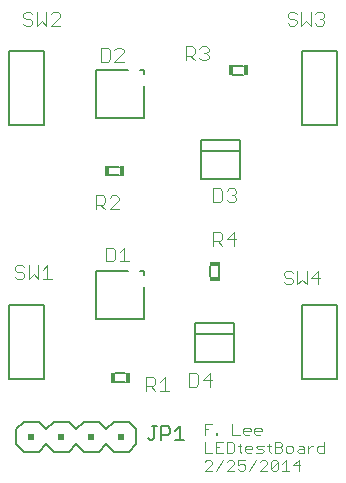
<source format=gto>
G75*
G70*
%OFA0B0*%
%FSLAX24Y24*%
%IPPOS*%
%LPD*%
%AMOC8*
5,1,8,0,0,1.08239X$1,22.5*
%
%ADD10C,0.0030*%
%ADD11C,0.0060*%
%ADD12R,0.0160X0.0340*%
%ADD13C,0.0040*%
%ADD14R,0.0340X0.0160*%
%ADD15C,0.0080*%
%ADD16R,0.0200X0.0200*%
%ADD17C,0.0050*%
D10*
X007052Y000528D02*
X007299Y000775D01*
X007299Y000837D01*
X007237Y000899D01*
X007114Y000899D01*
X007052Y000837D01*
X007052Y001128D02*
X007299Y001128D01*
X007420Y001128D02*
X007667Y001128D01*
X007789Y001128D02*
X007974Y001128D01*
X008036Y001190D01*
X008036Y001437D01*
X007974Y001499D01*
X007789Y001499D01*
X007789Y001128D01*
X007850Y000899D02*
X007789Y000837D01*
X007850Y000899D02*
X007974Y000899D01*
X008036Y000837D01*
X008036Y000775D01*
X007789Y000528D01*
X008036Y000528D01*
X008157Y000590D02*
X008219Y000528D01*
X008342Y000528D01*
X008404Y000590D01*
X008404Y000714D01*
X008342Y000775D01*
X008280Y000775D01*
X008157Y000714D01*
X008157Y000899D01*
X008404Y000899D01*
X008464Y001128D02*
X008402Y001190D01*
X008402Y001314D01*
X008464Y001375D01*
X008588Y001375D01*
X008649Y001314D01*
X008649Y001252D01*
X008402Y001252D01*
X008464Y001128D02*
X008588Y001128D01*
X008771Y001128D02*
X008956Y001128D01*
X009018Y001190D01*
X008956Y001252D01*
X008833Y001252D01*
X008771Y001314D01*
X008833Y001375D01*
X009018Y001375D01*
X009139Y001375D02*
X009263Y001375D01*
X009201Y001437D02*
X009201Y001190D01*
X009263Y001128D01*
X009385Y001128D02*
X009570Y001128D01*
X009632Y001190D01*
X009632Y001252D01*
X009570Y001314D01*
X009385Y001314D01*
X009385Y001499D02*
X009385Y001128D01*
X009324Y000899D02*
X009447Y000899D01*
X009509Y000837D01*
X009262Y000590D01*
X009324Y000528D01*
X009447Y000528D01*
X009509Y000590D01*
X009509Y000837D01*
X009630Y000775D02*
X009754Y000899D01*
X009754Y000528D01*
X009877Y000528D02*
X009630Y000528D01*
X009262Y000590D02*
X009262Y000837D01*
X009324Y000899D01*
X009140Y000837D02*
X009140Y000775D01*
X008894Y000528D01*
X009140Y000528D01*
X009140Y000837D02*
X009079Y000899D01*
X008955Y000899D01*
X008894Y000837D01*
X008772Y000899D02*
X008525Y000528D01*
X008280Y001128D02*
X008219Y001190D01*
X008219Y001437D01*
X008280Y001375D02*
X008157Y001375D01*
X008220Y001728D02*
X007973Y001728D01*
X007973Y002099D01*
X008341Y001914D02*
X008341Y001790D01*
X008403Y001728D01*
X008526Y001728D01*
X008588Y001852D02*
X008341Y001852D01*
X008341Y001914D02*
X008403Y001975D01*
X008526Y001975D01*
X008588Y001914D01*
X008588Y001852D01*
X008709Y001852D02*
X008956Y001852D01*
X008956Y001914D01*
X008895Y001975D01*
X008771Y001975D01*
X008709Y001914D01*
X008709Y001790D01*
X008771Y001728D01*
X008895Y001728D01*
X009385Y001499D02*
X009570Y001499D01*
X009632Y001437D01*
X009632Y001375D01*
X009570Y001314D01*
X009753Y001314D02*
X009753Y001190D01*
X009815Y001128D01*
X009938Y001128D01*
X010000Y001190D01*
X010000Y001314D01*
X009938Y001375D01*
X009815Y001375D01*
X009753Y001314D01*
X010121Y001190D02*
X010183Y001128D01*
X010368Y001128D01*
X010368Y001314D01*
X010306Y001375D01*
X010183Y001375D01*
X010183Y001252D02*
X010368Y001252D01*
X010490Y001252D02*
X010613Y001375D01*
X010675Y001375D01*
X010797Y001314D02*
X010858Y001375D01*
X011043Y001375D01*
X011043Y001499D02*
X011043Y001128D01*
X010858Y001128D01*
X010797Y001190D01*
X010797Y001314D01*
X010490Y001375D02*
X010490Y001128D01*
X010245Y000714D02*
X009999Y000714D01*
X010184Y000899D01*
X010184Y000528D01*
X010121Y001190D02*
X010183Y001252D01*
X007667Y001499D02*
X007420Y001499D01*
X007420Y001128D01*
X007420Y001314D02*
X007544Y001314D01*
X007667Y000899D02*
X007420Y000528D01*
X007299Y000528D02*
X007052Y000528D01*
X007052Y001128D02*
X007052Y001499D01*
X007052Y001728D02*
X007052Y002099D01*
X007299Y002099D01*
X007175Y001914D02*
X007052Y001914D01*
X007420Y001790D02*
X007482Y001790D01*
X007482Y001728D01*
X007420Y001728D01*
X007420Y001790D01*
D11*
X004404Y003503D02*
X004064Y003503D01*
X004064Y003783D02*
X004404Y003783D01*
X007243Y007017D02*
X007243Y007357D01*
X007524Y007357D02*
X007524Y007017D01*
X004207Y010393D02*
X003867Y010393D01*
X003867Y010673D02*
X004207Y010673D01*
X008001Y013739D02*
X008341Y013739D01*
X008341Y014020D02*
X008001Y014020D01*
D12*
X007921Y013880D03*
X008421Y013880D03*
X004287Y010533D03*
X003787Y010533D03*
X003984Y003643D03*
X004484Y003643D03*
D13*
X005105Y003659D02*
X005105Y003198D01*
X005105Y003352D02*
X005335Y003352D01*
X005412Y003429D01*
X005412Y003582D01*
X005335Y003659D01*
X005105Y003659D01*
X005258Y003352D02*
X005412Y003198D01*
X005565Y003198D02*
X005872Y003198D01*
X005719Y003198D02*
X005719Y003659D01*
X005565Y003505D01*
X006538Y003340D02*
X006768Y003340D01*
X006845Y003417D01*
X006845Y003724D01*
X006768Y003801D01*
X006538Y003801D01*
X006538Y003340D01*
X006998Y003571D02*
X007305Y003571D01*
X007228Y003801D02*
X006998Y003571D01*
X007228Y003340D02*
X007228Y003801D01*
X009764Y006746D02*
X009688Y006823D01*
X009764Y006746D02*
X009918Y006746D01*
X009995Y006823D01*
X009995Y006899D01*
X009918Y006976D01*
X009764Y006976D01*
X009688Y007053D01*
X009688Y007130D01*
X009764Y007206D01*
X009918Y007206D01*
X009995Y007130D01*
X010148Y007206D02*
X010148Y006746D01*
X010301Y006899D01*
X010455Y006746D01*
X010455Y007206D01*
X010608Y006976D02*
X010915Y006976D01*
X010839Y006746D02*
X010839Y007206D01*
X010608Y006976D01*
X008100Y008275D02*
X007793Y008275D01*
X008024Y008505D01*
X008024Y008045D01*
X007640Y008045D02*
X007486Y008198D01*
X007563Y008198D02*
X007333Y008198D01*
X007333Y008045D02*
X007333Y008505D01*
X007563Y008505D01*
X007640Y008428D01*
X007640Y008275D01*
X007563Y008198D01*
X007567Y009490D02*
X007337Y009490D01*
X007337Y009950D01*
X007567Y009950D01*
X007644Y009874D01*
X007644Y009567D01*
X007567Y009490D01*
X007797Y009567D02*
X007874Y009490D01*
X008028Y009490D01*
X008104Y009567D01*
X008104Y009644D01*
X008028Y009720D01*
X007951Y009720D01*
X008028Y009720D02*
X008104Y009797D01*
X008104Y009874D01*
X008028Y009950D01*
X007874Y009950D01*
X007797Y009874D01*
X007110Y014223D02*
X006956Y014223D01*
X006880Y014299D01*
X006726Y014223D02*
X006573Y014376D01*
X006649Y014376D02*
X006419Y014376D01*
X006419Y014223D02*
X006419Y014683D01*
X006649Y014683D01*
X006726Y014606D01*
X006726Y014453D01*
X006649Y014376D01*
X006880Y014606D02*
X006956Y014683D01*
X007110Y014683D01*
X007187Y014606D01*
X007187Y014530D01*
X007110Y014453D01*
X007187Y014376D01*
X007187Y014299D01*
X007110Y014223D01*
X007110Y014453D02*
X007033Y014453D01*
X004356Y014482D02*
X004356Y014559D01*
X004279Y014636D01*
X004126Y014636D01*
X004049Y014559D01*
X003895Y014559D02*
X003895Y014252D01*
X003819Y014175D01*
X003589Y014175D01*
X003589Y014636D01*
X003819Y014636D01*
X003895Y014559D01*
X004049Y014175D02*
X004356Y014482D01*
X004356Y014175D02*
X004049Y014175D01*
X002234Y015364D02*
X001927Y015364D01*
X002234Y015671D01*
X002234Y015748D01*
X002157Y015824D01*
X002003Y015824D01*
X001927Y015748D01*
X001773Y015824D02*
X001773Y015364D01*
X001620Y015518D01*
X001466Y015364D01*
X001466Y015824D01*
X001313Y015748D02*
X001236Y015824D01*
X001083Y015824D01*
X001006Y015748D01*
X001006Y015671D01*
X001083Y015594D01*
X001236Y015594D01*
X001313Y015518D01*
X001313Y015441D01*
X001236Y015364D01*
X001083Y015364D01*
X001006Y015441D01*
X003424Y009718D02*
X003654Y009718D01*
X003730Y009641D01*
X003730Y009488D01*
X003654Y009411D01*
X003424Y009411D01*
X003577Y009411D02*
X003730Y009257D01*
X003884Y009257D02*
X004191Y009564D01*
X004191Y009641D01*
X004114Y009718D01*
X003961Y009718D01*
X003884Y009641D01*
X003884Y009257D02*
X004191Y009257D01*
X003424Y009257D02*
X003424Y009718D01*
X003758Y007978D02*
X003988Y007978D01*
X004065Y007901D01*
X004065Y007594D01*
X003988Y007518D01*
X003758Y007518D01*
X003758Y007978D01*
X004218Y007825D02*
X004372Y007978D01*
X004372Y007518D01*
X004525Y007518D02*
X004218Y007518D01*
X001966Y006931D02*
X001659Y006931D01*
X001505Y006931D02*
X001505Y007391D01*
X001659Y007238D02*
X001812Y007391D01*
X001812Y006931D01*
X001505Y006931D02*
X001352Y007084D01*
X001199Y006931D01*
X001199Y007391D01*
X001045Y007315D02*
X000968Y007391D01*
X000815Y007391D01*
X000738Y007315D01*
X000738Y007238D01*
X000815Y007161D01*
X000968Y007161D01*
X001045Y007084D01*
X001045Y007008D01*
X000968Y006931D01*
X000815Y006931D01*
X000738Y007008D01*
X009818Y015449D02*
X009894Y015372D01*
X010048Y015372D01*
X010124Y015449D01*
X010124Y015525D01*
X010048Y015602D01*
X009894Y015602D01*
X009818Y015679D01*
X009818Y015756D01*
X009894Y015832D01*
X010048Y015832D01*
X010124Y015756D01*
X010278Y015832D02*
X010278Y015372D01*
X010431Y015525D01*
X010585Y015372D01*
X010585Y015832D01*
X010738Y015756D02*
X010815Y015832D01*
X010969Y015832D01*
X011045Y015756D01*
X011045Y015679D01*
X010969Y015602D01*
X011045Y015525D01*
X011045Y015449D01*
X010969Y015372D01*
X010815Y015372D01*
X010738Y015449D01*
X010892Y015602D02*
X010969Y015602D01*
D14*
X007383Y007437D03*
X007383Y006937D03*
D15*
X001031Y001175D02*
X000781Y001425D01*
X000781Y001925D01*
X001031Y002175D01*
X001531Y002175D01*
X001781Y001925D01*
X002031Y002175D01*
X002531Y002175D01*
X002781Y001925D01*
X003031Y002175D01*
X003531Y002175D01*
X003781Y001925D01*
X004031Y002175D01*
X004531Y002175D01*
X004781Y001925D01*
X004781Y001425D01*
X004531Y001175D01*
X004031Y001175D01*
X003781Y001425D01*
X003531Y001175D01*
X003031Y001175D01*
X002781Y001425D01*
X002531Y001175D01*
X002031Y001175D01*
X001781Y001425D01*
X001531Y001175D01*
X001031Y001175D01*
D16*
X001281Y001675D03*
X002281Y001675D03*
X003281Y001675D03*
X004281Y001675D03*
D17*
X005154Y001641D02*
X005229Y001565D01*
X005304Y001565D01*
X005379Y001641D01*
X005379Y002016D01*
X005304Y002016D02*
X005454Y002016D01*
X005614Y002016D02*
X005840Y002016D01*
X005915Y001941D01*
X005915Y001791D01*
X005840Y001716D01*
X005614Y001716D01*
X005614Y001565D02*
X005614Y002016D01*
X006075Y001866D02*
X006225Y002016D01*
X006225Y001565D01*
X006075Y001565D02*
X006375Y001565D01*
X006734Y004175D02*
X006734Y005080D01*
X008033Y005080D01*
X008033Y004175D01*
X006734Y004175D01*
X006734Y005080D02*
X006734Y005474D01*
X008033Y005474D01*
X008033Y005080D01*
X010297Y006065D02*
X010297Y003584D01*
X011478Y003584D01*
X011478Y006065D01*
X010297Y006065D01*
X008230Y010277D02*
X008230Y011183D01*
X006931Y011183D01*
X006931Y011576D01*
X008230Y011576D01*
X008230Y011183D01*
X008230Y010277D02*
X006931Y010277D01*
X006931Y011183D01*
X005021Y012305D02*
X005021Y013348D01*
X005021Y013761D02*
X005021Y013880D01*
X004903Y013880D01*
X004490Y013880D02*
X003446Y013880D01*
X003446Y012305D01*
X005021Y012305D01*
X001714Y012049D02*
X000533Y012049D01*
X000533Y014529D01*
X001714Y014529D01*
X001714Y012049D01*
X003446Y007187D02*
X004490Y007187D01*
X004903Y007187D02*
X005021Y007187D01*
X005021Y007069D01*
X005021Y006655D02*
X005021Y005612D01*
X003446Y005612D01*
X003446Y007187D01*
X001714Y006065D02*
X000533Y006065D01*
X000533Y003584D01*
X001714Y003584D01*
X001714Y006065D01*
X010297Y012049D02*
X011478Y012049D01*
X011478Y014529D01*
X010297Y014529D01*
X010297Y012049D01*
M02*

</source>
